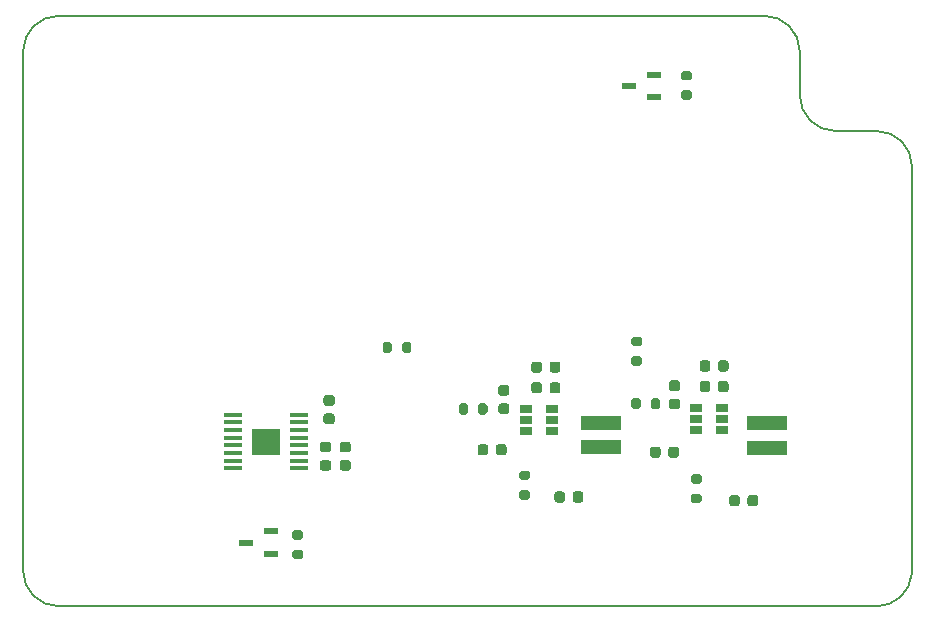
<source format=gbr>
G04 #@! TF.GenerationSoftware,KiCad,Pcbnew,(5.1.9-0-10_14)*
G04 #@! TF.CreationDate,2021-05-06T16:16:17-07:00*
G04 #@! TF.ProjectId,Luminometer_RPi,4c756d69-6e6f-46d6-9574-65725f525069,rev?*
G04 #@! TF.SameCoordinates,Original*
G04 #@! TF.FileFunction,Paste,Top*
G04 #@! TF.FilePolarity,Positive*
%FSLAX46Y46*%
G04 Gerber Fmt 4.6, Leading zero omitted, Abs format (unit mm)*
G04 Created by KiCad (PCBNEW (5.1.9-0-10_14)) date 2021-05-06 16:16:17*
%MOMM*%
%LPD*%
G01*
G04 APERTURE LIST*
G04 #@! TA.AperFunction,Profile*
%ADD10C,0.150000*%
G04 #@! TD*
%ADD11R,1.600000X0.300000*%
%ADD12R,2.460000X2.310000*%
%ADD13R,1.060000X0.650000*%
%ADD14R,1.300000X0.600000*%
%ADD15R,3.400000X1.300000*%
G04 APERTURE END LIST*
D10*
X178000000Y-71250000D02*
G75*
G02*
X181000000Y-74250000I0J-3000000D01*
G01*
X181000000Y-74250000D02*
X180989637Y-108750000D01*
X174500000Y-71250000D02*
X178000000Y-71250000D01*
X174500000Y-71250000D02*
G75*
G02*
X171500000Y-68250000I0J3000000D01*
G01*
X171500000Y-64500000D02*
X171500000Y-68250000D01*
X168500000Y-61500000D02*
G75*
G02*
X171500000Y-64500000I0J-3000000D01*
G01*
X108750000Y-111500000D02*
G75*
G02*
X105750000Y-108500000I0J3000000D01*
G01*
X180989637Y-108749136D02*
G75*
G02*
X178000000Y-111500000I-2989637J249136D01*
G01*
X105750000Y-64500000D02*
G75*
G02*
X108750000Y-61500000I3000000J0D01*
G01*
X105750000Y-108500000D02*
X105750000Y-64500000D01*
X178000000Y-111500000D02*
X108750000Y-111500000D01*
X108750000Y-61500000D02*
X168500000Y-61500000D01*
G36*
G01*
X131400000Y-95175000D02*
X131900000Y-95175000D01*
G75*
G02*
X132125000Y-95400000I0J-225000D01*
G01*
X132125000Y-95850000D01*
G75*
G02*
X131900000Y-96075000I-225000J0D01*
G01*
X131400000Y-96075000D01*
G75*
G02*
X131175000Y-95850000I0J225000D01*
G01*
X131175000Y-95400000D01*
G75*
G02*
X131400000Y-95175000I225000J0D01*
G01*
G37*
G36*
G01*
X131400000Y-93625000D02*
X131900000Y-93625000D01*
G75*
G02*
X132125000Y-93850000I0J-225000D01*
G01*
X132125000Y-94300000D01*
G75*
G02*
X131900000Y-94525000I-225000J0D01*
G01*
X131400000Y-94525000D01*
G75*
G02*
X131175000Y-94300000I0J225000D01*
G01*
X131175000Y-93850000D01*
G75*
G02*
X131400000Y-93625000I225000J0D01*
G01*
G37*
G36*
G01*
X133275000Y-98475000D02*
X132775000Y-98475000D01*
G75*
G02*
X132550000Y-98250000I0J225000D01*
G01*
X132550000Y-97800000D01*
G75*
G02*
X132775000Y-97575000I225000J0D01*
G01*
X133275000Y-97575000D01*
G75*
G02*
X133500000Y-97800000I0J-225000D01*
G01*
X133500000Y-98250000D01*
G75*
G02*
X133275000Y-98475000I-225000J0D01*
G01*
G37*
G36*
G01*
X133275000Y-100025000D02*
X132775000Y-100025000D01*
G75*
G02*
X132550000Y-99800000I0J225000D01*
G01*
X132550000Y-99350000D01*
G75*
G02*
X132775000Y-99125000I225000J0D01*
G01*
X133275000Y-99125000D01*
G75*
G02*
X133500000Y-99350000I0J-225000D01*
G01*
X133500000Y-99800000D01*
G75*
G02*
X133275000Y-100025000I-225000J0D01*
G01*
G37*
D11*
X129075000Y-95925000D03*
X129075000Y-96575000D03*
X129075000Y-97225000D03*
X129075000Y-97875000D03*
X129075000Y-98525000D03*
X129075000Y-99175000D03*
X129075000Y-99825000D03*
X123475000Y-99825000D03*
X123475000Y-99175000D03*
X123475000Y-98525000D03*
X123475000Y-97875000D03*
X123475000Y-97225000D03*
X123475000Y-96575000D03*
X123475000Y-95925000D03*
X129075000Y-95275000D03*
D12*
X126275000Y-97550000D03*
D11*
X123475000Y-95275000D03*
G36*
G01*
X145775000Y-98500000D02*
X145775000Y-98000000D01*
G75*
G02*
X146000000Y-97775000I225000J0D01*
G01*
X146450000Y-97775000D01*
G75*
G02*
X146675000Y-98000000I0J-225000D01*
G01*
X146675000Y-98500000D01*
G75*
G02*
X146450000Y-98725000I-225000J0D01*
G01*
X146000000Y-98725000D01*
G75*
G02*
X145775000Y-98500000I0J225000D01*
G01*
G37*
G36*
G01*
X144225000Y-98500000D02*
X144225000Y-98000000D01*
G75*
G02*
X144450000Y-97775000I225000J0D01*
G01*
X144900000Y-97775000D01*
G75*
G02*
X145125000Y-98000000I0J-225000D01*
G01*
X145125000Y-98500000D01*
G75*
G02*
X144900000Y-98725000I-225000J0D01*
G01*
X144450000Y-98725000D01*
G75*
G02*
X144225000Y-98500000I0J225000D01*
G01*
G37*
G36*
G01*
X150325000Y-93250000D02*
X150325000Y-92750000D01*
G75*
G02*
X150550000Y-92525000I225000J0D01*
G01*
X151000000Y-92525000D01*
G75*
G02*
X151225000Y-92750000I0J-225000D01*
G01*
X151225000Y-93250000D01*
G75*
G02*
X151000000Y-93475000I-225000J0D01*
G01*
X150550000Y-93475000D01*
G75*
G02*
X150325000Y-93250000I0J225000D01*
G01*
G37*
G36*
G01*
X148775000Y-93250000D02*
X148775000Y-92750000D01*
G75*
G02*
X149000000Y-92525000I225000J0D01*
G01*
X149450000Y-92525000D01*
G75*
G02*
X149675000Y-92750000I0J-225000D01*
G01*
X149675000Y-93250000D01*
G75*
G02*
X149450000Y-93475000I-225000J0D01*
G01*
X149000000Y-93475000D01*
G75*
G02*
X148775000Y-93250000I0J225000D01*
G01*
G37*
G36*
G01*
X162175000Y-66975000D02*
X161625000Y-66975000D01*
G75*
G02*
X161425000Y-66775000I0J200000D01*
G01*
X161425000Y-66375000D01*
G75*
G02*
X161625000Y-66175000I200000J0D01*
G01*
X162175000Y-66175000D01*
G75*
G02*
X162375000Y-66375000I0J-200000D01*
G01*
X162375000Y-66775000D01*
G75*
G02*
X162175000Y-66975000I-200000J0D01*
G01*
G37*
G36*
G01*
X162175000Y-68625000D02*
X161625000Y-68625000D01*
G75*
G02*
X161425000Y-68425000I0J200000D01*
G01*
X161425000Y-68025000D01*
G75*
G02*
X161625000Y-67825000I200000J0D01*
G01*
X162175000Y-67825000D01*
G75*
G02*
X162375000Y-68025000I0J-200000D01*
G01*
X162375000Y-68425000D01*
G75*
G02*
X162175000Y-68625000I-200000J0D01*
G01*
G37*
G36*
G01*
X146700000Y-93675000D02*
X146200000Y-93675000D01*
G75*
G02*
X145975000Y-93450000I0J225000D01*
G01*
X145975000Y-93000000D01*
G75*
G02*
X146200000Y-92775000I225000J0D01*
G01*
X146700000Y-92775000D01*
G75*
G02*
X146925000Y-93000000I0J-225000D01*
G01*
X146925000Y-93450000D01*
G75*
G02*
X146700000Y-93675000I-225000J0D01*
G01*
G37*
G36*
G01*
X146700000Y-95225000D02*
X146200000Y-95225000D01*
G75*
G02*
X145975000Y-95000000I0J225000D01*
G01*
X145975000Y-94550000D01*
G75*
G02*
X146200000Y-94325000I225000J0D01*
G01*
X146700000Y-94325000D01*
G75*
G02*
X146925000Y-94550000I0J-225000D01*
G01*
X146925000Y-95000000D01*
G75*
G02*
X146700000Y-95225000I-225000J0D01*
G01*
G37*
G36*
G01*
X151625000Y-102000000D02*
X151625000Y-102500000D01*
G75*
G02*
X151400000Y-102725000I-225000J0D01*
G01*
X150950000Y-102725000D01*
G75*
G02*
X150725000Y-102500000I0J225000D01*
G01*
X150725000Y-102000000D01*
G75*
G02*
X150950000Y-101775000I225000J0D01*
G01*
X151400000Y-101775000D01*
G75*
G02*
X151625000Y-102000000I0J-225000D01*
G01*
G37*
G36*
G01*
X153175000Y-102000000D02*
X153175000Y-102500000D01*
G75*
G02*
X152950000Y-102725000I-225000J0D01*
G01*
X152500000Y-102725000D01*
G75*
G02*
X152275000Y-102500000I0J225000D01*
G01*
X152275000Y-102000000D01*
G75*
G02*
X152500000Y-101775000I225000J0D01*
G01*
X152950000Y-101775000D01*
G75*
G02*
X153175000Y-102000000I0J-225000D01*
G01*
G37*
G36*
G01*
X144275000Y-95075000D02*
X144275000Y-94525000D01*
G75*
G02*
X144475000Y-94325000I200000J0D01*
G01*
X144875000Y-94325000D01*
G75*
G02*
X145075000Y-94525000I0J-200000D01*
G01*
X145075000Y-95075000D01*
G75*
G02*
X144875000Y-95275000I-200000J0D01*
G01*
X144475000Y-95275000D01*
G75*
G02*
X144275000Y-95075000I0J200000D01*
G01*
G37*
G36*
G01*
X142625000Y-95075000D02*
X142625000Y-94525000D01*
G75*
G02*
X142825000Y-94325000I200000J0D01*
G01*
X143225000Y-94325000D01*
G75*
G02*
X143425000Y-94525000I0J-200000D01*
G01*
X143425000Y-95075000D01*
G75*
G02*
X143225000Y-95275000I-200000J0D01*
G01*
X142825000Y-95275000D01*
G75*
G02*
X142625000Y-95075000I0J200000D01*
G01*
G37*
G36*
G01*
X147925000Y-101675000D02*
X148475000Y-101675000D01*
G75*
G02*
X148675000Y-101875000I0J-200000D01*
G01*
X148675000Y-102275000D01*
G75*
G02*
X148475000Y-102475000I-200000J0D01*
G01*
X147925000Y-102475000D01*
G75*
G02*
X147725000Y-102275000I0J200000D01*
G01*
X147725000Y-101875000D01*
G75*
G02*
X147925000Y-101675000I200000J0D01*
G01*
G37*
G36*
G01*
X147925000Y-100025000D02*
X148475000Y-100025000D01*
G75*
G02*
X148675000Y-100225000I0J-200000D01*
G01*
X148675000Y-100625000D01*
G75*
G02*
X148475000Y-100825000I-200000J0D01*
G01*
X147925000Y-100825000D01*
G75*
G02*
X147725000Y-100625000I0J200000D01*
G01*
X147725000Y-100225000D01*
G75*
G02*
X147925000Y-100025000I200000J0D01*
G01*
G37*
D13*
X148350000Y-95750000D03*
X148350000Y-96700000D03*
X148350000Y-94800000D03*
X150550000Y-94800000D03*
X150550000Y-95750000D03*
X150550000Y-96700000D03*
G36*
G01*
X131600000Y-98475000D02*
X131100000Y-98475000D01*
G75*
G02*
X130875000Y-98250000I0J225000D01*
G01*
X130875000Y-97800000D01*
G75*
G02*
X131100000Y-97575000I225000J0D01*
G01*
X131600000Y-97575000D01*
G75*
G02*
X131825000Y-97800000I0J-225000D01*
G01*
X131825000Y-98250000D01*
G75*
G02*
X131600000Y-98475000I-225000J0D01*
G01*
G37*
G36*
G01*
X131600000Y-100025000D02*
X131100000Y-100025000D01*
G75*
G02*
X130875000Y-99800000I0J225000D01*
G01*
X130875000Y-99350000D01*
G75*
G02*
X131100000Y-99125000I225000J0D01*
G01*
X131600000Y-99125000D01*
G75*
G02*
X131825000Y-99350000I0J-225000D01*
G01*
X131825000Y-99800000D01*
G75*
G02*
X131600000Y-100025000I-225000J0D01*
G01*
G37*
D14*
X159150000Y-68400000D03*
X159150000Y-66500000D03*
X157050000Y-67450000D03*
X126700000Y-107050000D03*
X126700000Y-105150000D03*
X124600000Y-106100000D03*
D15*
X154700000Y-95950000D03*
X154700000Y-98050000D03*
G36*
G01*
X160375000Y-98700000D02*
X160375000Y-98200000D01*
G75*
G02*
X160600000Y-97975000I225000J0D01*
G01*
X161050000Y-97975000D01*
G75*
G02*
X161275000Y-98200000I0J-225000D01*
G01*
X161275000Y-98700000D01*
G75*
G02*
X161050000Y-98925000I-225000J0D01*
G01*
X160600000Y-98925000D01*
G75*
G02*
X160375000Y-98700000I0J225000D01*
G01*
G37*
G36*
G01*
X158825000Y-98700000D02*
X158825000Y-98200000D01*
G75*
G02*
X159050000Y-97975000I225000J0D01*
G01*
X159500000Y-97975000D01*
G75*
G02*
X159725000Y-98200000I0J-225000D01*
G01*
X159725000Y-98700000D01*
G75*
G02*
X159500000Y-98925000I-225000J0D01*
G01*
X159050000Y-98925000D01*
G75*
G02*
X158825000Y-98700000I0J225000D01*
G01*
G37*
G36*
G01*
X161150000Y-93275000D02*
X160650000Y-93275000D01*
G75*
G02*
X160425000Y-93050000I0J225000D01*
G01*
X160425000Y-92600000D01*
G75*
G02*
X160650000Y-92375000I225000J0D01*
G01*
X161150000Y-92375000D01*
G75*
G02*
X161375000Y-92600000I0J-225000D01*
G01*
X161375000Y-93050000D01*
G75*
G02*
X161150000Y-93275000I-225000J0D01*
G01*
G37*
G36*
G01*
X161150000Y-94825000D02*
X160650000Y-94825000D01*
G75*
G02*
X160425000Y-94600000I0J225000D01*
G01*
X160425000Y-94150000D01*
G75*
G02*
X160650000Y-93925000I225000J0D01*
G01*
X161150000Y-93925000D01*
G75*
G02*
X161375000Y-94150000I0J-225000D01*
G01*
X161375000Y-94600000D01*
G75*
G02*
X161150000Y-94825000I-225000J0D01*
G01*
G37*
G36*
G01*
X166425000Y-102300000D02*
X166425000Y-102800000D01*
G75*
G02*
X166200000Y-103025000I-225000J0D01*
G01*
X165750000Y-103025000D01*
G75*
G02*
X165525000Y-102800000I0J225000D01*
G01*
X165525000Y-102300000D01*
G75*
G02*
X165750000Y-102075000I225000J0D01*
G01*
X166200000Y-102075000D01*
G75*
G02*
X166425000Y-102300000I0J-225000D01*
G01*
G37*
G36*
G01*
X167975000Y-102300000D02*
X167975000Y-102800000D01*
G75*
G02*
X167750000Y-103025000I-225000J0D01*
G01*
X167300000Y-103025000D01*
G75*
G02*
X167075000Y-102800000I0J225000D01*
G01*
X167075000Y-102300000D01*
G75*
G02*
X167300000Y-102075000I225000J0D01*
G01*
X167750000Y-102075000D01*
G75*
G02*
X167975000Y-102300000I0J-225000D01*
G01*
G37*
X168750000Y-96000000D03*
X168750000Y-98100000D03*
G36*
G01*
X158875000Y-94625000D02*
X158875000Y-94075000D01*
G75*
G02*
X159075000Y-93875000I200000J0D01*
G01*
X159475000Y-93875000D01*
G75*
G02*
X159675000Y-94075000I0J-200000D01*
G01*
X159675000Y-94625000D01*
G75*
G02*
X159475000Y-94825000I-200000J0D01*
G01*
X159075000Y-94825000D01*
G75*
G02*
X158875000Y-94625000I0J200000D01*
G01*
G37*
G36*
G01*
X157225000Y-94625000D02*
X157225000Y-94075000D01*
G75*
G02*
X157425000Y-93875000I200000J0D01*
G01*
X157825000Y-93875000D01*
G75*
G02*
X158025000Y-94075000I0J-200000D01*
G01*
X158025000Y-94625000D01*
G75*
G02*
X157825000Y-94825000I-200000J0D01*
G01*
X157425000Y-94825000D01*
G75*
G02*
X157225000Y-94625000I0J200000D01*
G01*
G37*
G36*
G01*
X162475000Y-101975000D02*
X163025000Y-101975000D01*
G75*
G02*
X163225000Y-102175000I0J-200000D01*
G01*
X163225000Y-102575000D01*
G75*
G02*
X163025000Y-102775000I-200000J0D01*
G01*
X162475000Y-102775000D01*
G75*
G02*
X162275000Y-102575000I0J200000D01*
G01*
X162275000Y-102175000D01*
G75*
G02*
X162475000Y-101975000I200000J0D01*
G01*
G37*
G36*
G01*
X162475000Y-100325000D02*
X163025000Y-100325000D01*
G75*
G02*
X163225000Y-100525000I0J-200000D01*
G01*
X163225000Y-100925000D01*
G75*
G02*
X163025000Y-101125000I-200000J0D01*
G01*
X162475000Y-101125000D01*
G75*
G02*
X162275000Y-100925000I0J200000D01*
G01*
X162275000Y-100525000D01*
G75*
G02*
X162475000Y-100325000I200000J0D01*
G01*
G37*
D13*
X162750000Y-95650000D03*
X162750000Y-96600000D03*
X162750000Y-94700000D03*
X164950000Y-94700000D03*
X164950000Y-95650000D03*
X164950000Y-96600000D03*
G36*
G01*
X150325000Y-91500000D02*
X150325000Y-91000000D01*
G75*
G02*
X150550000Y-90775000I225000J0D01*
G01*
X151000000Y-90775000D01*
G75*
G02*
X151225000Y-91000000I0J-225000D01*
G01*
X151225000Y-91500000D01*
G75*
G02*
X151000000Y-91725000I-225000J0D01*
G01*
X150550000Y-91725000D01*
G75*
G02*
X150325000Y-91500000I0J225000D01*
G01*
G37*
G36*
G01*
X148775000Y-91500000D02*
X148775000Y-91000000D01*
G75*
G02*
X149000000Y-90775000I225000J0D01*
G01*
X149450000Y-90775000D01*
G75*
G02*
X149675000Y-91000000I0J-225000D01*
G01*
X149675000Y-91500000D01*
G75*
G02*
X149450000Y-91725000I-225000J0D01*
G01*
X149000000Y-91725000D01*
G75*
G02*
X148775000Y-91500000I0J225000D01*
G01*
G37*
G36*
G01*
X164575000Y-91400000D02*
X164575000Y-90900000D01*
G75*
G02*
X164800000Y-90675000I225000J0D01*
G01*
X165250000Y-90675000D01*
G75*
G02*
X165475000Y-90900000I0J-225000D01*
G01*
X165475000Y-91400000D01*
G75*
G02*
X165250000Y-91625000I-225000J0D01*
G01*
X164800000Y-91625000D01*
G75*
G02*
X164575000Y-91400000I0J225000D01*
G01*
G37*
G36*
G01*
X163025000Y-91400000D02*
X163025000Y-90900000D01*
G75*
G02*
X163250000Y-90675000I225000J0D01*
G01*
X163700000Y-90675000D01*
G75*
G02*
X163925000Y-90900000I0J-225000D01*
G01*
X163925000Y-91400000D01*
G75*
G02*
X163700000Y-91625000I-225000J0D01*
G01*
X163250000Y-91625000D01*
G75*
G02*
X163025000Y-91400000I0J225000D01*
G01*
G37*
G36*
G01*
X164575000Y-93150000D02*
X164575000Y-92650000D01*
G75*
G02*
X164800000Y-92425000I225000J0D01*
G01*
X165250000Y-92425000D01*
G75*
G02*
X165475000Y-92650000I0J-225000D01*
G01*
X165475000Y-93150000D01*
G75*
G02*
X165250000Y-93375000I-225000J0D01*
G01*
X164800000Y-93375000D01*
G75*
G02*
X164575000Y-93150000I0J225000D01*
G01*
G37*
G36*
G01*
X163025000Y-93150000D02*
X163025000Y-92650000D01*
G75*
G02*
X163250000Y-92425000I225000J0D01*
G01*
X163700000Y-92425000D01*
G75*
G02*
X163925000Y-92650000I0J-225000D01*
G01*
X163925000Y-93150000D01*
G75*
G02*
X163700000Y-93375000I-225000J0D01*
G01*
X163250000Y-93375000D01*
G75*
G02*
X163025000Y-93150000I0J225000D01*
G01*
G37*
G36*
G01*
X128725000Y-106725000D02*
X129275000Y-106725000D01*
G75*
G02*
X129475000Y-106925000I0J-200000D01*
G01*
X129475000Y-107325000D01*
G75*
G02*
X129275000Y-107525000I-200000J0D01*
G01*
X128725000Y-107525000D01*
G75*
G02*
X128525000Y-107325000I0J200000D01*
G01*
X128525000Y-106925000D01*
G75*
G02*
X128725000Y-106725000I200000J0D01*
G01*
G37*
G36*
G01*
X128725000Y-105075000D02*
X129275000Y-105075000D01*
G75*
G02*
X129475000Y-105275000I0J-200000D01*
G01*
X129475000Y-105675000D01*
G75*
G02*
X129275000Y-105875000I-200000J0D01*
G01*
X128725000Y-105875000D01*
G75*
G02*
X128525000Y-105675000I0J200000D01*
G01*
X128525000Y-105275000D01*
G75*
G02*
X128725000Y-105075000I200000J0D01*
G01*
G37*
G36*
G01*
X157975000Y-89475000D02*
X157425000Y-89475000D01*
G75*
G02*
X157225000Y-89275000I0J200000D01*
G01*
X157225000Y-88875000D01*
G75*
G02*
X157425000Y-88675000I200000J0D01*
G01*
X157975000Y-88675000D01*
G75*
G02*
X158175000Y-88875000I0J-200000D01*
G01*
X158175000Y-89275000D01*
G75*
G02*
X157975000Y-89475000I-200000J0D01*
G01*
G37*
G36*
G01*
X157975000Y-91125000D02*
X157425000Y-91125000D01*
G75*
G02*
X157225000Y-90925000I0J200000D01*
G01*
X157225000Y-90525000D01*
G75*
G02*
X157425000Y-90325000I200000J0D01*
G01*
X157975000Y-90325000D01*
G75*
G02*
X158175000Y-90525000I0J-200000D01*
G01*
X158175000Y-90925000D01*
G75*
G02*
X157975000Y-91125000I-200000J0D01*
G01*
G37*
G36*
G01*
X137825000Y-89875000D02*
X137825000Y-89325000D01*
G75*
G02*
X138025000Y-89125000I200000J0D01*
G01*
X138425000Y-89125000D01*
G75*
G02*
X138625000Y-89325000I0J-200000D01*
G01*
X138625000Y-89875000D01*
G75*
G02*
X138425000Y-90075000I-200000J0D01*
G01*
X138025000Y-90075000D01*
G75*
G02*
X137825000Y-89875000I0J200000D01*
G01*
G37*
G36*
G01*
X136175000Y-89875000D02*
X136175000Y-89325000D01*
G75*
G02*
X136375000Y-89125000I200000J0D01*
G01*
X136775000Y-89125000D01*
G75*
G02*
X136975000Y-89325000I0J-200000D01*
G01*
X136975000Y-89875000D01*
G75*
G02*
X136775000Y-90075000I-200000J0D01*
G01*
X136375000Y-90075000D01*
G75*
G02*
X136175000Y-89875000I0J200000D01*
G01*
G37*
M02*

</source>
